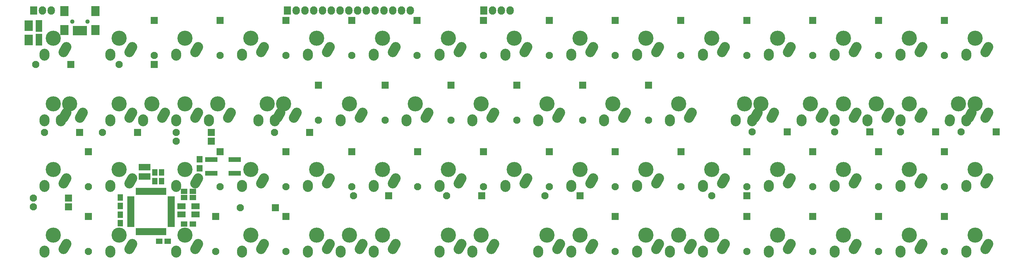
<source format=gbs>
G04 #@! TF.FileFunction,Soldermask,Bot*
%FSLAX46Y46*%
G04 Gerber Fmt 4.6, Leading zero omitted, Abs format (unit mm)*
G04 Created by KiCad (PCBNEW 4.0.3-stable) date Thursday, September 01, 2016 'PMt' 01:02:08 PM*
%MOMM*%
%LPD*%
G01*
G04 APERTURE LIST*
%ADD10C,0.150000*%
%ADD11C,2.099260*%
%ADD12R,2.099260X2.099260*%
%ADD13C,4.387810*%
%ADD14C,2.900000*%
%ADD15R,0.900380X2.701240*%
%ADD16R,2.398980X2.899360*%
%ADD17C,1.299160*%
%ADD18R,1.700000X1.900000*%
%ADD19R,0.960000X2.000000*%
%ADD20R,2.000000X0.960000*%
%ADD21R,1.900000X1.650000*%
%ADD22R,1.901140X3.399740*%
%ADD23R,1.650000X1.900000*%
%ADD24R,2.429460X3.051760*%
%ADD25R,3.600000X1.400000*%
%ADD26R,2.400000X1.700000*%
%ADD27R,2.127200X2.432000*%
%ADD28O,2.127200X2.432000*%
G04 APERTURE END LIST*
D10*
D11*
X33020000Y-36195000D03*
D12*
X43180000Y-36195000D03*
D11*
X57150000Y-36195000D03*
D12*
X67310000Y-36195000D03*
D11*
X67315080Y-33528000D03*
D12*
X67315080Y-23368000D03*
D11*
X86365080Y-33528000D03*
D12*
X86365080Y-23368000D03*
D11*
X105410000Y-33528000D03*
D12*
X105410000Y-23368000D03*
D11*
X124460000Y-33528000D03*
D12*
X124460000Y-23368000D03*
D11*
X143397460Y-33528000D03*
D12*
X143397460Y-23368000D03*
D11*
X162560000Y-33528000D03*
D12*
X162560000Y-23368000D03*
D11*
X181610000Y-33528000D03*
D12*
X181610000Y-23368000D03*
D11*
X200660000Y-33528000D03*
D12*
X200660000Y-23368000D03*
D11*
X219704920Y-33528000D03*
D12*
X219704920Y-23368000D03*
D11*
X238760000Y-33528000D03*
D12*
X238760000Y-23368000D03*
D11*
X257810000Y-33528000D03*
D12*
X257810000Y-23368000D03*
D11*
X276860000Y-33528000D03*
D12*
X276860000Y-23368000D03*
D11*
X295910000Y-33528000D03*
D12*
X295910000Y-23368000D03*
D11*
X35560000Y-55880000D03*
D12*
X45720000Y-55880000D03*
D11*
X52324000Y-55880000D03*
D12*
X62484000Y-55880000D03*
D11*
X73660000Y-55880000D03*
D12*
X83820000Y-55880000D03*
D11*
X102108000Y-55880000D03*
D12*
X112268000Y-55880000D03*
D11*
X114808000Y-52324000D03*
D12*
X114808000Y-42164000D03*
D11*
X134112000Y-52324000D03*
D12*
X134112000Y-42164000D03*
D11*
X153162000Y-52324000D03*
D12*
X153162000Y-42164000D03*
D11*
X172212000Y-52324000D03*
D12*
X172212000Y-42164000D03*
D11*
X191262000Y-52324000D03*
D12*
X191262000Y-42164000D03*
D11*
X210312000Y-52324000D03*
D12*
X210312000Y-42164000D03*
D11*
X240283480Y-55755540D03*
D12*
X250443480Y-55755540D03*
D11*
X264159480Y-55755540D03*
D12*
X274319480Y-55755540D03*
D11*
X283210000Y-55753000D03*
D12*
X293370000Y-55753000D03*
D11*
X300736000Y-55753000D03*
D12*
X310896000Y-55753000D03*
D11*
X32385000Y-74930000D03*
D12*
X42545000Y-74930000D03*
D11*
X48260000Y-71628000D03*
D12*
X48260000Y-61468000D03*
D11*
X73660000Y-58420000D03*
D12*
X83820000Y-58420000D03*
D11*
X86365080Y-71628520D03*
D12*
X86365080Y-61468520D03*
D11*
X105410000Y-71628000D03*
D12*
X105410000Y-61468000D03*
D11*
X124460000Y-71628000D03*
D12*
X124460000Y-61468000D03*
D11*
X143510000Y-71628000D03*
D12*
X143510000Y-61468000D03*
D11*
X162560000Y-71628000D03*
D12*
X162560000Y-61468000D03*
D11*
X181610000Y-71628000D03*
D12*
X181610000Y-61468000D03*
D11*
X200660000Y-71628000D03*
D12*
X200660000Y-61468000D03*
D11*
X219710000Y-71628000D03*
D12*
X219710000Y-61468000D03*
D11*
X238760000Y-71628000D03*
D12*
X238760000Y-61468000D03*
D11*
X257812540Y-71628000D03*
D12*
X257812540Y-61468000D03*
D11*
X276860000Y-71628000D03*
D12*
X276860000Y-61468000D03*
D11*
X295910000Y-71628000D03*
D12*
X295910000Y-61468000D03*
D11*
X32385000Y-77470000D03*
D12*
X42545000Y-77470000D03*
D11*
X48260000Y-90424000D03*
D12*
X48260000Y-80264000D03*
D11*
X85095080Y-90424520D03*
D12*
X85095080Y-80264520D03*
D11*
X92202000Y-77724000D03*
D12*
X102362000Y-77724000D03*
D11*
X105410000Y-90424000D03*
D12*
X105410000Y-80264000D03*
D13*
X304800000Y-85725000D03*
D14*
X307799547Y-89724954D02*
X308610453Y-88265046D01*
X302260276Y-90804328D02*
X302299724Y-90225672D01*
D13*
X285750000Y-85725000D03*
D14*
X288749547Y-89724954D02*
X289560453Y-88265046D01*
X283210276Y-90804328D02*
X283249724Y-90225672D01*
D13*
X266700000Y-85725000D03*
D14*
X269699547Y-89724954D02*
X270510453Y-88265046D01*
X264160276Y-90804328D02*
X264199724Y-90225672D01*
D13*
X247650000Y-85725000D03*
D14*
X250649547Y-89724954D02*
X251460453Y-88265046D01*
X245110276Y-90804328D02*
X245149724Y-90225672D01*
D13*
X228600000Y-85725000D03*
D14*
X231599547Y-89724954D02*
X232410453Y-88265046D01*
X226060276Y-90804328D02*
X226099724Y-90225672D01*
D13*
X209550000Y-85725000D03*
D14*
X212549547Y-89724954D02*
X213360453Y-88265046D01*
X207010276Y-90804328D02*
X207049724Y-90225672D01*
D13*
X190500000Y-85725000D03*
D14*
X193499547Y-89724954D02*
X194310453Y-88265046D01*
X187960276Y-90804328D02*
X187999724Y-90225672D01*
D13*
X161925000Y-85725000D03*
D14*
X164924547Y-89724954D02*
X165735453Y-88265046D01*
X159385276Y-90804328D02*
X159424724Y-90225672D01*
D13*
X123825000Y-85725000D03*
D14*
X126824547Y-89724954D02*
X127635453Y-88265046D01*
X121285276Y-90804328D02*
X121324724Y-90225672D01*
D13*
X95250000Y-85725000D03*
D14*
X98249547Y-89724954D02*
X99060453Y-88265046D01*
X92710276Y-90804328D02*
X92749724Y-90225672D01*
D13*
X76200000Y-85725000D03*
D14*
X79199547Y-89724954D02*
X80010453Y-88265046D01*
X73660276Y-90804328D02*
X73699724Y-90225672D01*
D13*
X57150000Y-85725000D03*
D14*
X60149547Y-89724954D02*
X60960453Y-88265046D01*
X54610276Y-90804328D02*
X54649724Y-90225672D01*
D13*
X38100000Y-85725000D03*
D14*
X41099547Y-89724954D02*
X41910453Y-88265046D01*
X35560276Y-90804328D02*
X35599724Y-90225672D01*
D13*
X304800000Y-66675000D03*
D14*
X307799547Y-70674954D02*
X308610453Y-69215046D01*
X302260276Y-71754328D02*
X302299724Y-71175672D01*
D13*
X285750000Y-66675000D03*
D14*
X288749547Y-70674954D02*
X289560453Y-69215046D01*
X283210276Y-71754328D02*
X283249724Y-71175672D01*
D13*
X266700000Y-66675000D03*
D14*
X269699547Y-70674954D02*
X270510453Y-69215046D01*
X264160276Y-71754328D02*
X264199724Y-71175672D01*
D13*
X247650000Y-66675000D03*
D14*
X250649547Y-70674954D02*
X251460453Y-69215046D01*
X245110276Y-71754328D02*
X245149724Y-71175672D01*
D13*
X228600000Y-66675000D03*
D14*
X231599547Y-70674954D02*
X232410453Y-69215046D01*
X226060276Y-71754328D02*
X226099724Y-71175672D01*
D13*
X209550000Y-66675000D03*
D14*
X212549547Y-70674954D02*
X213360453Y-69215046D01*
X207010276Y-71754328D02*
X207049724Y-71175672D01*
D13*
X190500000Y-66675000D03*
D14*
X193499547Y-70674954D02*
X194310453Y-69215046D01*
X187960276Y-71754328D02*
X187999724Y-71175672D01*
D13*
X171450000Y-66675000D03*
D14*
X174449547Y-70674954D02*
X175260453Y-69215046D01*
X168910276Y-71754328D02*
X168949724Y-71175672D01*
D13*
X152400000Y-66675000D03*
D14*
X155399547Y-70674954D02*
X156210453Y-69215046D01*
X149860276Y-71754328D02*
X149899724Y-71175672D01*
D13*
X133350000Y-66675000D03*
D14*
X136349547Y-70674954D02*
X137160453Y-69215046D01*
X130810276Y-71754328D02*
X130849724Y-71175672D01*
D13*
X114300000Y-66675000D03*
D14*
X117299547Y-70674954D02*
X118110453Y-69215046D01*
X111760276Y-71754328D02*
X111799724Y-71175672D01*
D13*
X95250000Y-66675000D03*
D14*
X98249547Y-70674954D02*
X99060453Y-69215046D01*
X92710276Y-71754328D02*
X92749724Y-71175672D01*
D13*
X76200000Y-66675000D03*
D14*
X79199547Y-70674954D02*
X80010453Y-69215046D01*
X73660276Y-71754328D02*
X73699724Y-71175672D01*
D13*
X57150000Y-66675000D03*
D14*
X60149547Y-70674954D02*
X60960453Y-69215046D01*
X54610276Y-71754328D02*
X54649724Y-71175672D01*
D13*
X38100000Y-66675000D03*
D14*
X41099547Y-70674954D02*
X41910453Y-69215046D01*
X35560276Y-71754328D02*
X35599724Y-71175672D01*
D13*
X304800000Y-47625000D03*
D14*
X307799547Y-51624954D02*
X308610453Y-50165046D01*
X302260276Y-52704328D02*
X302299724Y-52125672D01*
D13*
X285750000Y-47625000D03*
D14*
X288749547Y-51624954D02*
X289560453Y-50165046D01*
X283210276Y-52704328D02*
X283249724Y-52125672D01*
D13*
X266700000Y-47625000D03*
D14*
X269699547Y-51624954D02*
X270510453Y-50165046D01*
X264160276Y-52704328D02*
X264199724Y-52125672D01*
D13*
X242887500Y-47625000D03*
D14*
X245887047Y-51624954D02*
X246697953Y-50165046D01*
X240347776Y-52704328D02*
X240387224Y-52125672D01*
D13*
X219075000Y-47625000D03*
D14*
X222074547Y-51624954D02*
X222885453Y-50165046D01*
X216535276Y-52704328D02*
X216574724Y-52125672D01*
D13*
X200025000Y-47625000D03*
D14*
X203024547Y-51624954D02*
X203835453Y-50165046D01*
X197485276Y-52704328D02*
X197524724Y-52125672D01*
D13*
X180975000Y-47625000D03*
D14*
X183974547Y-51624954D02*
X184785453Y-50165046D01*
X178435276Y-52704328D02*
X178474724Y-52125672D01*
D13*
X161925000Y-47625000D03*
D14*
X164924547Y-51624954D02*
X165735453Y-50165046D01*
X159385276Y-52704328D02*
X159424724Y-52125672D01*
D13*
X142875000Y-47625000D03*
D14*
X145874547Y-51624954D02*
X146685453Y-50165046D01*
X140335276Y-52704328D02*
X140374724Y-52125672D01*
D13*
X123825000Y-47625000D03*
D14*
X126824547Y-51624954D02*
X127635453Y-50165046D01*
X121285276Y-52704328D02*
X121324724Y-52125672D01*
D13*
X104775000Y-47625000D03*
D14*
X107774547Y-51624954D02*
X108585453Y-50165046D01*
X102235276Y-52704328D02*
X102274724Y-52125672D01*
D13*
X85725000Y-47625000D03*
D14*
X88724547Y-51624954D02*
X89535453Y-50165046D01*
X83185276Y-52704328D02*
X83224724Y-52125672D01*
D13*
X66675000Y-47625000D03*
D14*
X69674547Y-51624954D02*
X70485453Y-50165046D01*
X64135276Y-52704328D02*
X64174724Y-52125672D01*
D13*
X42862500Y-47625000D03*
D14*
X45862047Y-51624954D02*
X46672953Y-50165046D01*
X40322776Y-52704328D02*
X40362224Y-52125672D01*
D13*
X304800000Y-28575000D03*
D14*
X307799547Y-32574954D02*
X308610453Y-31115046D01*
X302260276Y-33654328D02*
X302299724Y-33075672D01*
D13*
X285750000Y-28575000D03*
D14*
X288749547Y-32574954D02*
X289560453Y-31115046D01*
X283210276Y-33654328D02*
X283249724Y-33075672D01*
D13*
X266700000Y-28575000D03*
D14*
X269699547Y-32574954D02*
X270510453Y-31115046D01*
X264160276Y-33654328D02*
X264199724Y-33075672D01*
D13*
X247650000Y-28575000D03*
D14*
X250649547Y-32574954D02*
X251460453Y-31115046D01*
X245110276Y-33654328D02*
X245149724Y-33075672D01*
D13*
X228600000Y-28575000D03*
D14*
X231599547Y-32574954D02*
X232410453Y-31115046D01*
X226060276Y-33654328D02*
X226099724Y-33075672D01*
D13*
X209550000Y-28575000D03*
D14*
X212549547Y-32574954D02*
X213360453Y-31115046D01*
X207010276Y-33654328D02*
X207049724Y-33075672D01*
D13*
X190500000Y-28575000D03*
D14*
X193499547Y-32574954D02*
X194310453Y-31115046D01*
X187960276Y-33654328D02*
X187999724Y-33075672D01*
D13*
X171450000Y-28575000D03*
D14*
X174449547Y-32574954D02*
X175260453Y-31115046D01*
X168910276Y-33654328D02*
X168949724Y-33075672D01*
D13*
X152400000Y-28575000D03*
D14*
X155399547Y-32574954D02*
X156210453Y-31115046D01*
X149860276Y-33654328D02*
X149899724Y-33075672D01*
D13*
X133350000Y-28575000D03*
D14*
X136349547Y-32574954D02*
X137160453Y-31115046D01*
X130810276Y-33654328D02*
X130849724Y-33075672D01*
D13*
X114300000Y-28575000D03*
D14*
X117299547Y-32574954D02*
X118110453Y-31115046D01*
X111760276Y-33654328D02*
X111799724Y-33075672D01*
D13*
X95250000Y-28575000D03*
D14*
X98249547Y-32574954D02*
X99060453Y-31115046D01*
X92710276Y-33654328D02*
X92749724Y-33075672D01*
D13*
X76200000Y-28575000D03*
D14*
X79199547Y-32574954D02*
X80010453Y-31115046D01*
X73660276Y-33654328D02*
X73699724Y-33075672D01*
D13*
X57150000Y-28575000D03*
D14*
X60149547Y-32574954D02*
X60960453Y-31115046D01*
X54610276Y-33654328D02*
X54649724Y-33075672D01*
D13*
X38100000Y-28575000D03*
D14*
X41099547Y-32574954D02*
X41910453Y-31115046D01*
X35560276Y-33654328D02*
X35599724Y-33075672D01*
D13*
X219075000Y-85725000D03*
D14*
X222074547Y-89724954D02*
X222885453Y-88265046D01*
X216535276Y-90804328D02*
X216574724Y-90225672D01*
D13*
X180975000Y-85725000D03*
D14*
X183974547Y-89724954D02*
X184785453Y-88265046D01*
X178435276Y-90804328D02*
X178474724Y-90225672D01*
D13*
X38100000Y-47625000D03*
D14*
X41099547Y-51624954D02*
X41910453Y-50165046D01*
X35560276Y-52704328D02*
X35599724Y-52125672D01*
D13*
X57150000Y-47625000D03*
D14*
X60149547Y-51624954D02*
X60960453Y-50165046D01*
X54610276Y-52704328D02*
X54649724Y-52125672D01*
D13*
X76200000Y-47625000D03*
D14*
X79199547Y-51624954D02*
X80010453Y-50165046D01*
X73660276Y-52704328D02*
X73699724Y-52125672D01*
D13*
X300037500Y-47625000D03*
D14*
X303037047Y-51624954D02*
X303847953Y-50165046D01*
X297497776Y-52704328D02*
X297537224Y-52125672D01*
D13*
X238125000Y-47625000D03*
D14*
X241124547Y-51624954D02*
X241935453Y-50165046D01*
X235585276Y-52704328D02*
X235624724Y-52125672D01*
D13*
X276225000Y-47625000D03*
D14*
X279224547Y-51624954D02*
X280035453Y-50165046D01*
X273685276Y-52704328D02*
X273724724Y-52125672D01*
D13*
X257175000Y-47625000D03*
D14*
X260174547Y-51624954D02*
X260985453Y-50165046D01*
X254635276Y-52704328D02*
X254674724Y-52125672D01*
D13*
X133350000Y-85725000D03*
D14*
X136349547Y-89724954D02*
X137160453Y-88265046D01*
X130810276Y-90804328D02*
X130849724Y-90225672D01*
D13*
X152400000Y-85725000D03*
D14*
X155399547Y-89724954D02*
X156210453Y-88265046D01*
X149860276Y-90804328D02*
X149899724Y-90225672D01*
D13*
X114300000Y-85725000D03*
D14*
X117299547Y-89724954D02*
X118110453Y-88265046D01*
X111760276Y-90804328D02*
X111799724Y-90225672D01*
D13*
X100012500Y-47625000D03*
D14*
X103012047Y-51624954D02*
X103822953Y-50165046D01*
X97472776Y-52704328D02*
X97512224Y-52125672D01*
D11*
X124968000Y-74295000D03*
D12*
X135128000Y-74295000D03*
D11*
X151892000Y-74295000D03*
D12*
X162052000Y-74295000D03*
D11*
X180340000Y-74295000D03*
D12*
X190500000Y-74295000D03*
D11*
X200660000Y-90424000D03*
D12*
X200660000Y-80264000D03*
D11*
X228600000Y-74295000D03*
D12*
X238760000Y-74295000D03*
D11*
X238760000Y-90424000D03*
D12*
X238760000Y-80264000D03*
D11*
X257810000Y-90424000D03*
D12*
X257810000Y-80264000D03*
D11*
X276860000Y-90424000D03*
D12*
X276860000Y-80264000D03*
D11*
X295910000Y-90424000D03*
D12*
X295910000Y-80264000D03*
D15*
X44246800Y-26309320D03*
X45046900Y-26309320D03*
X45847000Y-26309320D03*
X46647100Y-26309320D03*
X47447200Y-26309320D03*
D16*
X41396920Y-26210260D03*
X41396920Y-20711160D03*
X50297080Y-26210260D03*
X50297080Y-20711160D03*
D17*
X43647360Y-23710900D03*
X48046640Y-23710900D03*
D18*
X65430400Y-68660000D03*
X65430400Y-65960000D03*
X63677800Y-68660000D03*
X63677800Y-65960000D03*
D19*
X62421000Y-73017000D03*
X63221000Y-73017000D03*
X64021000Y-73017000D03*
X64821000Y-73017000D03*
X65621000Y-73017000D03*
X66421000Y-73017000D03*
X67221000Y-73017000D03*
X68021000Y-73017000D03*
X68821000Y-73017000D03*
X69621000Y-73017000D03*
X70421000Y-73017000D03*
D20*
X72271000Y-74867000D03*
X72271000Y-75667000D03*
X72271000Y-76467000D03*
X72271000Y-77267000D03*
X72271000Y-78067000D03*
X72271000Y-78867000D03*
X72271000Y-79667000D03*
X72271000Y-80467000D03*
X72271000Y-81267000D03*
X72271000Y-82067000D03*
X72271000Y-82867000D03*
D19*
X70421000Y-84717000D03*
X69621000Y-84717000D03*
X68821000Y-84717000D03*
X68021000Y-84717000D03*
X67221000Y-84717000D03*
X66421000Y-84717000D03*
X65621000Y-84717000D03*
X64821000Y-84717000D03*
X64021000Y-84717000D03*
X63221000Y-84717000D03*
X62421000Y-84717000D03*
D20*
X60571000Y-82867000D03*
X60571000Y-82067000D03*
X60571000Y-81267000D03*
X60571000Y-80467000D03*
X60571000Y-79667000D03*
X60571000Y-78867000D03*
X60571000Y-78067000D03*
X60571000Y-77267000D03*
X60571000Y-76467000D03*
X60571000Y-75667000D03*
X60571000Y-74867000D03*
D21*
X76000000Y-82500000D03*
X78500000Y-82500000D03*
X76000000Y-74750000D03*
X78500000Y-74750000D03*
D22*
X34000000Y-25001020D03*
X34000000Y-28998980D03*
D23*
X57500000Y-74750000D03*
X57500000Y-77250000D03*
X67500000Y-70000000D03*
X67500000Y-67500000D03*
D21*
X68750000Y-87500000D03*
X71250000Y-87500000D03*
D23*
X69500000Y-70000000D03*
X69500000Y-67500000D03*
D21*
X76000000Y-73000000D03*
X78500000Y-73000000D03*
D23*
X57500000Y-82250000D03*
X57500000Y-79750000D03*
D24*
X31000000Y-24914660D03*
X31000000Y-29085340D03*
D18*
X80500000Y-63650000D03*
X80500000Y-66350000D03*
D25*
X90650000Y-67750000D03*
X83850000Y-67750000D03*
X83850000Y-63750000D03*
X90650000Y-63750000D03*
D26*
X79250000Y-79700000D03*
X75250000Y-79700000D03*
X75250000Y-77300000D03*
X79250000Y-77300000D03*
D27*
X32460000Y-20500000D03*
D28*
X35000000Y-20500000D03*
X37540000Y-20500000D03*
D27*
X105840000Y-20500000D03*
D28*
X108380000Y-20500000D03*
X110920000Y-20500000D03*
X113460000Y-20500000D03*
X116000000Y-20500000D03*
X118540000Y-20500000D03*
X121080000Y-20500000D03*
X123620000Y-20500000D03*
X126160000Y-20500000D03*
X128700000Y-20500000D03*
X131240000Y-20500000D03*
X133780000Y-20500000D03*
X136320000Y-20500000D03*
X138860000Y-20500000D03*
X141400000Y-20500000D03*
D27*
X162670000Y-20500000D03*
D28*
X165210000Y-20500000D03*
X167750000Y-20500000D03*
X170290000Y-20500000D03*
M02*

</source>
